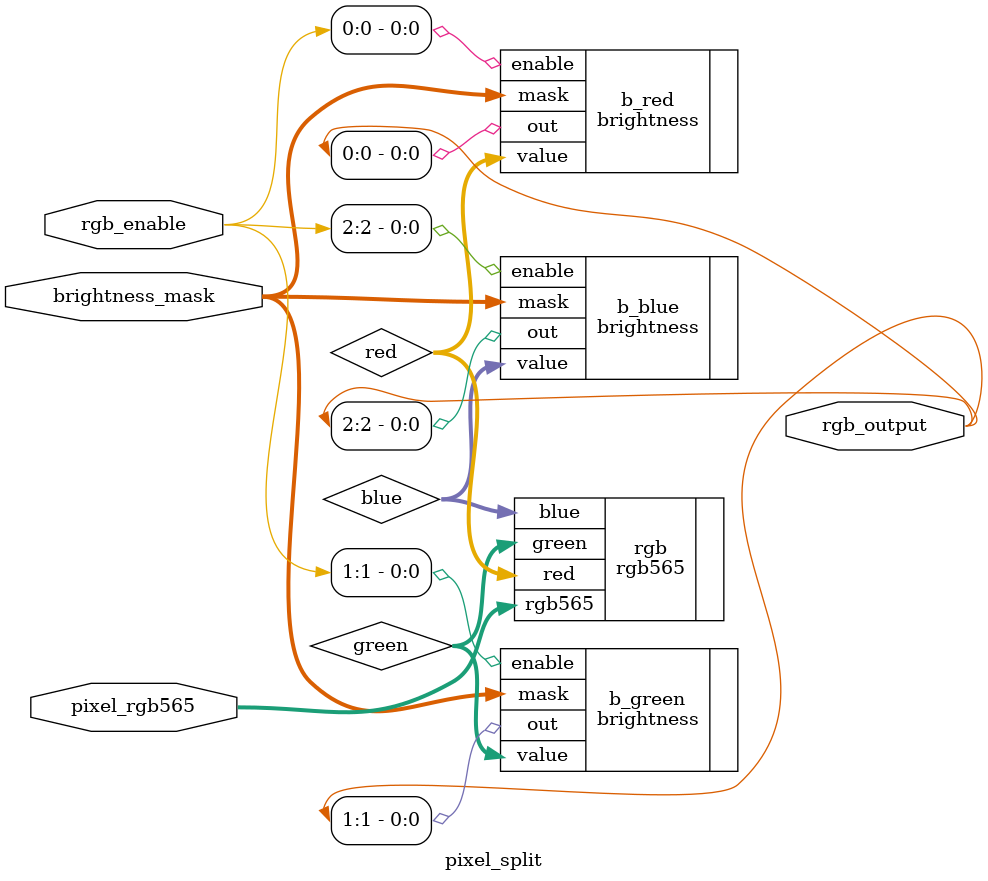
<source format=v>
module pixel_split (
	input [15:0] pixel_rgb565,
	input [5:0] brightness_mask,
	input [2:0] rgb_enable,

	output [2:0] rgb_output
);
	wire [5:0] red;
	wire [5:0] green;
	wire [5:0] blue;

	/* split the RGB565 pixel into components */
	rgb565 rgb (
		.rgb565(pixel_rgb565),
		.red(red),
		.green(green),
		.blue(blue)
	);

	/* apply the brightness mask to the calculated sub-pixel value */
	brightness b_red (
		.value(red),
		.mask(brightness_mask),
		.enable(rgb_enable[0]),
		.out(rgb_output[0])
	);
	brightness b_green (
		.value(green),
		.mask(brightness_mask),
		.enable(rgb_enable[1]),
		.out(rgb_output[1])
	);
	brightness b_blue(
		.value(blue),
		.mask(brightness_mask),
		.enable(rgb_enable[2]),
		.out(rgb_output[2])
	);
endmodule

</source>
